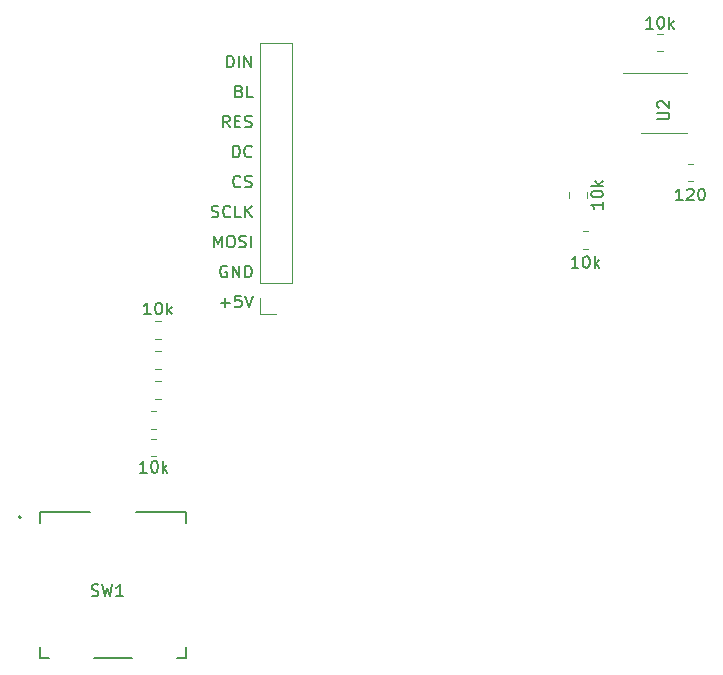
<source format=gbr>
G04 #@! TF.GenerationSoftware,KiCad,Pcbnew,7.0.2-0*
G04 #@! TF.CreationDate,2023-06-19T12:30:15-04:00*
G04 #@! TF.ProjectId,speed_joystick,73706565-645f-46a6-9f79-737469636b2e,rev?*
G04 #@! TF.SameCoordinates,Original*
G04 #@! TF.FileFunction,Legend,Top*
G04 #@! TF.FilePolarity,Positive*
%FSLAX46Y46*%
G04 Gerber Fmt 4.6, Leading zero omitted, Abs format (unit mm)*
G04 Created by KiCad (PCBNEW 7.0.2-0) date 2023-06-19 12:30:15*
%MOMM*%
%LPD*%
G01*
G04 APERTURE LIST*
%ADD10C,0.150000*%
%ADD11C,0.120000*%
%ADD12C,0.127000*%
%ADD13C,0.200000*%
G04 APERTURE END LIST*
D10*
X-80280000Y4440380D02*
X-80613333Y4916571D01*
X-80851428Y4440380D02*
X-80851428Y5440380D01*
X-80851428Y5440380D02*
X-80470476Y5440380D01*
X-80470476Y5440380D02*
X-80375238Y5392761D01*
X-80375238Y5392761D02*
X-80327619Y5345142D01*
X-80327619Y5345142D02*
X-80280000Y5249904D01*
X-80280000Y5249904D02*
X-80280000Y5107047D01*
X-80280000Y5107047D02*
X-80327619Y5011809D01*
X-80327619Y5011809D02*
X-80375238Y4964190D01*
X-80375238Y4964190D02*
X-80470476Y4916571D01*
X-80470476Y4916571D02*
X-80851428Y4916571D01*
X-79851428Y4964190D02*
X-79518095Y4964190D01*
X-79375238Y4440380D02*
X-79851428Y4440380D01*
X-79851428Y4440380D02*
X-79851428Y5440380D01*
X-79851428Y5440380D02*
X-79375238Y5440380D01*
X-78994285Y4488000D02*
X-78851428Y4440380D01*
X-78851428Y4440380D02*
X-78613333Y4440380D01*
X-78613333Y4440380D02*
X-78518095Y4488000D01*
X-78518095Y4488000D02*
X-78470476Y4535619D01*
X-78470476Y4535619D02*
X-78422857Y4630857D01*
X-78422857Y4630857D02*
X-78422857Y4726095D01*
X-78422857Y4726095D02*
X-78470476Y4821333D01*
X-78470476Y4821333D02*
X-78518095Y4868952D01*
X-78518095Y4868952D02*
X-78613333Y4916571D01*
X-78613333Y4916571D02*
X-78803809Y4964190D01*
X-78803809Y4964190D02*
X-78899047Y5011809D01*
X-78899047Y5011809D02*
X-78946666Y5059428D01*
X-78946666Y5059428D02*
X-78994285Y5154666D01*
X-78994285Y5154666D02*
X-78994285Y5249904D01*
X-78994285Y5249904D02*
X-78946666Y5345142D01*
X-78946666Y5345142D02*
X-78899047Y5392761D01*
X-78899047Y5392761D02*
X-78803809Y5440380D01*
X-78803809Y5440380D02*
X-78565714Y5440380D01*
X-78565714Y5440380D02*
X-78422857Y5392761D01*
X-79470476Y7504190D02*
X-79327619Y7456571D01*
X-79327619Y7456571D02*
X-79280000Y7408952D01*
X-79280000Y7408952D02*
X-79232381Y7313714D01*
X-79232381Y7313714D02*
X-79232381Y7170857D01*
X-79232381Y7170857D02*
X-79280000Y7075619D01*
X-79280000Y7075619D02*
X-79327619Y7028000D01*
X-79327619Y7028000D02*
X-79422857Y6980380D01*
X-79422857Y6980380D02*
X-79803809Y6980380D01*
X-79803809Y6980380D02*
X-79803809Y7980380D01*
X-79803809Y7980380D02*
X-79470476Y7980380D01*
X-79470476Y7980380D02*
X-79375238Y7932761D01*
X-79375238Y7932761D02*
X-79327619Y7885142D01*
X-79327619Y7885142D02*
X-79280000Y7789904D01*
X-79280000Y7789904D02*
X-79280000Y7694666D01*
X-79280000Y7694666D02*
X-79327619Y7599428D01*
X-79327619Y7599428D02*
X-79375238Y7551809D01*
X-79375238Y7551809D02*
X-79470476Y7504190D01*
X-79470476Y7504190D02*
X-79803809Y7504190D01*
X-78327619Y6980380D02*
X-78803809Y6980380D01*
X-78803809Y6980380D02*
X-78803809Y7980380D01*
X-79994285Y1900380D02*
X-79994285Y2900380D01*
X-79994285Y2900380D02*
X-79756190Y2900380D01*
X-79756190Y2900380D02*
X-79613333Y2852761D01*
X-79613333Y2852761D02*
X-79518095Y2757523D01*
X-79518095Y2757523D02*
X-79470476Y2662285D01*
X-79470476Y2662285D02*
X-79422857Y2471809D01*
X-79422857Y2471809D02*
X-79422857Y2328952D01*
X-79422857Y2328952D02*
X-79470476Y2138476D01*
X-79470476Y2138476D02*
X-79518095Y2043238D01*
X-79518095Y2043238D02*
X-79613333Y1948000D01*
X-79613333Y1948000D02*
X-79756190Y1900380D01*
X-79756190Y1900380D02*
X-79994285Y1900380D01*
X-78422857Y1995619D02*
X-78470476Y1948000D01*
X-78470476Y1948000D02*
X-78613333Y1900380D01*
X-78613333Y1900380D02*
X-78708571Y1900380D01*
X-78708571Y1900380D02*
X-78851428Y1948000D01*
X-78851428Y1948000D02*
X-78946666Y2043238D01*
X-78946666Y2043238D02*
X-78994285Y2138476D01*
X-78994285Y2138476D02*
X-79041904Y2328952D01*
X-79041904Y2328952D02*
X-79041904Y2471809D01*
X-79041904Y2471809D02*
X-78994285Y2662285D01*
X-78994285Y2662285D02*
X-78946666Y2757523D01*
X-78946666Y2757523D02*
X-78851428Y2852761D01*
X-78851428Y2852761D02*
X-78708571Y2900380D01*
X-78708571Y2900380D02*
X-78613333Y2900380D01*
X-78613333Y2900380D02*
X-78470476Y2852761D01*
X-78470476Y2852761D02*
X-78422857Y2805142D01*
X-80518095Y-7307238D02*
X-80613333Y-7259619D01*
X-80613333Y-7259619D02*
X-80756190Y-7259619D01*
X-80756190Y-7259619D02*
X-80899047Y-7307238D01*
X-80899047Y-7307238D02*
X-80994285Y-7402476D01*
X-80994285Y-7402476D02*
X-81041904Y-7497714D01*
X-81041904Y-7497714D02*
X-81089523Y-7688190D01*
X-81089523Y-7688190D02*
X-81089523Y-7831047D01*
X-81089523Y-7831047D02*
X-81041904Y-8021523D01*
X-81041904Y-8021523D02*
X-80994285Y-8116761D01*
X-80994285Y-8116761D02*
X-80899047Y-8212000D01*
X-80899047Y-8212000D02*
X-80756190Y-8259619D01*
X-80756190Y-8259619D02*
X-80660952Y-8259619D01*
X-80660952Y-8259619D02*
X-80518095Y-8212000D01*
X-80518095Y-8212000D02*
X-80470476Y-8164380D01*
X-80470476Y-8164380D02*
X-80470476Y-7831047D01*
X-80470476Y-7831047D02*
X-80660952Y-7831047D01*
X-80041904Y-8259619D02*
X-80041904Y-7259619D01*
X-80041904Y-7259619D02*
X-79470476Y-8259619D01*
X-79470476Y-8259619D02*
X-79470476Y-7259619D01*
X-78994285Y-8259619D02*
X-78994285Y-7259619D01*
X-78994285Y-7259619D02*
X-78756190Y-7259619D01*
X-78756190Y-7259619D02*
X-78613333Y-7307238D01*
X-78613333Y-7307238D02*
X-78518095Y-7402476D01*
X-78518095Y-7402476D02*
X-78470476Y-7497714D01*
X-78470476Y-7497714D02*
X-78422857Y-7688190D01*
X-78422857Y-7688190D02*
X-78422857Y-7831047D01*
X-78422857Y-7831047D02*
X-78470476Y-8021523D01*
X-78470476Y-8021523D02*
X-78518095Y-8116761D01*
X-78518095Y-8116761D02*
X-78613333Y-8212000D01*
X-78613333Y-8212000D02*
X-78756190Y-8259619D01*
X-78756190Y-8259619D02*
X-78994285Y-8259619D01*
X-81613332Y-5719619D02*
X-81613332Y-4719619D01*
X-81613332Y-4719619D02*
X-81279999Y-5433904D01*
X-81279999Y-5433904D02*
X-80946666Y-4719619D01*
X-80946666Y-4719619D02*
X-80946666Y-5719619D01*
X-80279999Y-4719619D02*
X-80089523Y-4719619D01*
X-80089523Y-4719619D02*
X-79994285Y-4767238D01*
X-79994285Y-4767238D02*
X-79899047Y-4862476D01*
X-79899047Y-4862476D02*
X-79851428Y-5052952D01*
X-79851428Y-5052952D02*
X-79851428Y-5386285D01*
X-79851428Y-5386285D02*
X-79899047Y-5576761D01*
X-79899047Y-5576761D02*
X-79994285Y-5672000D01*
X-79994285Y-5672000D02*
X-80089523Y-5719619D01*
X-80089523Y-5719619D02*
X-80279999Y-5719619D01*
X-80279999Y-5719619D02*
X-80375237Y-5672000D01*
X-80375237Y-5672000D02*
X-80470475Y-5576761D01*
X-80470475Y-5576761D02*
X-80518094Y-5386285D01*
X-80518094Y-5386285D02*
X-80518094Y-5052952D01*
X-80518094Y-5052952D02*
X-80470475Y-4862476D01*
X-80470475Y-4862476D02*
X-80375237Y-4767238D01*
X-80375237Y-4767238D02*
X-80279999Y-4719619D01*
X-79470475Y-5672000D02*
X-79327618Y-5719619D01*
X-79327618Y-5719619D02*
X-79089523Y-5719619D01*
X-79089523Y-5719619D02*
X-78994285Y-5672000D01*
X-78994285Y-5672000D02*
X-78946666Y-5624380D01*
X-78946666Y-5624380D02*
X-78899047Y-5529142D01*
X-78899047Y-5529142D02*
X-78899047Y-5433904D01*
X-78899047Y-5433904D02*
X-78946666Y-5338666D01*
X-78946666Y-5338666D02*
X-78994285Y-5291047D01*
X-78994285Y-5291047D02*
X-79089523Y-5243428D01*
X-79089523Y-5243428D02*
X-79279999Y-5195809D01*
X-79279999Y-5195809D02*
X-79375237Y-5148190D01*
X-79375237Y-5148190D02*
X-79422856Y-5100571D01*
X-79422856Y-5100571D02*
X-79470475Y-5005333D01*
X-79470475Y-5005333D02*
X-79470475Y-4910095D01*
X-79470475Y-4910095D02*
X-79422856Y-4814857D01*
X-79422856Y-4814857D02*
X-79375237Y-4767238D01*
X-79375237Y-4767238D02*
X-79279999Y-4719619D01*
X-79279999Y-4719619D02*
X-79041904Y-4719619D01*
X-79041904Y-4719619D02*
X-78899047Y-4767238D01*
X-78470475Y-5719619D02*
X-78470475Y-4719619D01*
X-81803809Y-3132000D02*
X-81660952Y-3179619D01*
X-81660952Y-3179619D02*
X-81422857Y-3179619D01*
X-81422857Y-3179619D02*
X-81327619Y-3132000D01*
X-81327619Y-3132000D02*
X-81280000Y-3084380D01*
X-81280000Y-3084380D02*
X-81232381Y-2989142D01*
X-81232381Y-2989142D02*
X-81232381Y-2893904D01*
X-81232381Y-2893904D02*
X-81280000Y-2798666D01*
X-81280000Y-2798666D02*
X-81327619Y-2751047D01*
X-81327619Y-2751047D02*
X-81422857Y-2703428D01*
X-81422857Y-2703428D02*
X-81613333Y-2655809D01*
X-81613333Y-2655809D02*
X-81708571Y-2608190D01*
X-81708571Y-2608190D02*
X-81756190Y-2560571D01*
X-81756190Y-2560571D02*
X-81803809Y-2465333D01*
X-81803809Y-2465333D02*
X-81803809Y-2370095D01*
X-81803809Y-2370095D02*
X-81756190Y-2274857D01*
X-81756190Y-2274857D02*
X-81708571Y-2227238D01*
X-81708571Y-2227238D02*
X-81613333Y-2179619D01*
X-81613333Y-2179619D02*
X-81375238Y-2179619D01*
X-81375238Y-2179619D02*
X-81232381Y-2227238D01*
X-80232381Y-3084380D02*
X-80280000Y-3132000D01*
X-80280000Y-3132000D02*
X-80422857Y-3179619D01*
X-80422857Y-3179619D02*
X-80518095Y-3179619D01*
X-80518095Y-3179619D02*
X-80660952Y-3132000D01*
X-80660952Y-3132000D02*
X-80756190Y-3036761D01*
X-80756190Y-3036761D02*
X-80803809Y-2941523D01*
X-80803809Y-2941523D02*
X-80851428Y-2751047D01*
X-80851428Y-2751047D02*
X-80851428Y-2608190D01*
X-80851428Y-2608190D02*
X-80803809Y-2417714D01*
X-80803809Y-2417714D02*
X-80756190Y-2322476D01*
X-80756190Y-2322476D02*
X-80660952Y-2227238D01*
X-80660952Y-2227238D02*
X-80518095Y-2179619D01*
X-80518095Y-2179619D02*
X-80422857Y-2179619D01*
X-80422857Y-2179619D02*
X-80280000Y-2227238D01*
X-80280000Y-2227238D02*
X-80232381Y-2274857D01*
X-79327619Y-3179619D02*
X-79803809Y-3179619D01*
X-79803809Y-3179619D02*
X-79803809Y-2179619D01*
X-78994285Y-3179619D02*
X-78994285Y-2179619D01*
X-78422857Y-3179619D02*
X-78851428Y-2608190D01*
X-78422857Y-2179619D02*
X-78994285Y-2751047D01*
X-81041904Y-10418666D02*
X-80280000Y-10418666D01*
X-80660952Y-10799619D02*
X-80660952Y-10037714D01*
X-79327619Y-9799619D02*
X-79803809Y-9799619D01*
X-79803809Y-9799619D02*
X-79851428Y-10275809D01*
X-79851428Y-10275809D02*
X-79803809Y-10228190D01*
X-79803809Y-10228190D02*
X-79708571Y-10180571D01*
X-79708571Y-10180571D02*
X-79470476Y-10180571D01*
X-79470476Y-10180571D02*
X-79375238Y-10228190D01*
X-79375238Y-10228190D02*
X-79327619Y-10275809D01*
X-79327619Y-10275809D02*
X-79280000Y-10371047D01*
X-79280000Y-10371047D02*
X-79280000Y-10609142D01*
X-79280000Y-10609142D02*
X-79327619Y-10704380D01*
X-79327619Y-10704380D02*
X-79375238Y-10752000D01*
X-79375238Y-10752000D02*
X-79470476Y-10799619D01*
X-79470476Y-10799619D02*
X-79708571Y-10799619D01*
X-79708571Y-10799619D02*
X-79803809Y-10752000D01*
X-79803809Y-10752000D02*
X-79851428Y-10704380D01*
X-78994285Y-9799619D02*
X-78660952Y-10799619D01*
X-78660952Y-10799619D02*
X-78327619Y-9799619D01*
X-79375238Y-544380D02*
X-79422857Y-592000D01*
X-79422857Y-592000D02*
X-79565714Y-639619D01*
X-79565714Y-639619D02*
X-79660952Y-639619D01*
X-79660952Y-639619D02*
X-79803809Y-592000D01*
X-79803809Y-592000D02*
X-79899047Y-496761D01*
X-79899047Y-496761D02*
X-79946666Y-401523D01*
X-79946666Y-401523D02*
X-79994285Y-211047D01*
X-79994285Y-211047D02*
X-79994285Y-68190D01*
X-79994285Y-68190D02*
X-79946666Y122285D01*
X-79946666Y122285D02*
X-79899047Y217523D01*
X-79899047Y217523D02*
X-79803809Y312761D01*
X-79803809Y312761D02*
X-79660952Y360380D01*
X-79660952Y360380D02*
X-79565714Y360380D01*
X-79565714Y360380D02*
X-79422857Y312761D01*
X-79422857Y312761D02*
X-79375238Y265142D01*
X-78994285Y-592000D02*
X-78851428Y-639619D01*
X-78851428Y-639619D02*
X-78613333Y-639619D01*
X-78613333Y-639619D02*
X-78518095Y-592000D01*
X-78518095Y-592000D02*
X-78470476Y-544380D01*
X-78470476Y-544380D02*
X-78422857Y-449142D01*
X-78422857Y-449142D02*
X-78422857Y-353904D01*
X-78422857Y-353904D02*
X-78470476Y-258666D01*
X-78470476Y-258666D02*
X-78518095Y-211047D01*
X-78518095Y-211047D02*
X-78613333Y-163428D01*
X-78613333Y-163428D02*
X-78803809Y-115809D01*
X-78803809Y-115809D02*
X-78899047Y-68190D01*
X-78899047Y-68190D02*
X-78946666Y-20571D01*
X-78946666Y-20571D02*
X-78994285Y74666D01*
X-78994285Y74666D02*
X-78994285Y169904D01*
X-78994285Y169904D02*
X-78946666Y265142D01*
X-78946666Y265142D02*
X-78899047Y312761D01*
X-78899047Y312761D02*
X-78803809Y360380D01*
X-78803809Y360380D02*
X-78565714Y360380D01*
X-78565714Y360380D02*
X-78422857Y312761D01*
X-80518094Y9520380D02*
X-80518094Y10520380D01*
X-80518094Y10520380D02*
X-80279999Y10520380D01*
X-80279999Y10520380D02*
X-80137142Y10472761D01*
X-80137142Y10472761D02*
X-80041904Y10377523D01*
X-80041904Y10377523D02*
X-79994285Y10282285D01*
X-79994285Y10282285D02*
X-79946666Y10091809D01*
X-79946666Y10091809D02*
X-79946666Y9948952D01*
X-79946666Y9948952D02*
X-79994285Y9758476D01*
X-79994285Y9758476D02*
X-80041904Y9663238D01*
X-80041904Y9663238D02*
X-80137142Y9568000D01*
X-80137142Y9568000D02*
X-80279999Y9520380D01*
X-80279999Y9520380D02*
X-80518094Y9520380D01*
X-79518094Y9520380D02*
X-79518094Y10520380D01*
X-79041904Y9520380D02*
X-79041904Y10520380D01*
X-79041904Y10520380D02*
X-78470476Y9520380D01*
X-78470476Y9520380D02*
X-78470476Y10520380D01*
X-44069759Y5130895D02*
X-43260236Y5130895D01*
X-43260236Y5130895D02*
X-43164998Y5178514D01*
X-43164998Y5178514D02*
X-43117379Y5226133D01*
X-43117379Y5226133D02*
X-43069759Y5321371D01*
X-43069759Y5321371D02*
X-43069759Y5511847D01*
X-43069759Y5511847D02*
X-43117379Y5607085D01*
X-43117379Y5607085D02*
X-43164998Y5654704D01*
X-43164998Y5654704D02*
X-43260236Y5702323D01*
X-43260236Y5702323D02*
X-44069759Y5702323D01*
X-43974521Y6130895D02*
X-44022140Y6178514D01*
X-44022140Y6178514D02*
X-44069759Y6273752D01*
X-44069759Y6273752D02*
X-44069759Y6511847D01*
X-44069759Y6511847D02*
X-44022140Y6607085D01*
X-44022140Y6607085D02*
X-43974521Y6654704D01*
X-43974521Y6654704D02*
X-43879283Y6702323D01*
X-43879283Y6702323D02*
X-43784045Y6702323D01*
X-43784045Y6702323D02*
X-43641188Y6654704D01*
X-43641188Y6654704D02*
X-43069759Y6083276D01*
X-43069759Y6083276D02*
X-43069759Y6702323D01*
X-86955238Y-11384619D02*
X-87526666Y-11384619D01*
X-87240952Y-11384619D02*
X-87240952Y-10384619D01*
X-87240952Y-10384619D02*
X-87336190Y-10527476D01*
X-87336190Y-10527476D02*
X-87431428Y-10622714D01*
X-87431428Y-10622714D02*
X-87526666Y-10670333D01*
X-86336190Y-10384619D02*
X-86240952Y-10384619D01*
X-86240952Y-10384619D02*
X-86145714Y-10432238D01*
X-86145714Y-10432238D02*
X-86098095Y-10479857D01*
X-86098095Y-10479857D02*
X-86050476Y-10575095D01*
X-86050476Y-10575095D02*
X-86002857Y-10765571D01*
X-86002857Y-10765571D02*
X-86002857Y-11003666D01*
X-86002857Y-11003666D02*
X-86050476Y-11194142D01*
X-86050476Y-11194142D02*
X-86098095Y-11289380D01*
X-86098095Y-11289380D02*
X-86145714Y-11337000D01*
X-86145714Y-11337000D02*
X-86240952Y-11384619D01*
X-86240952Y-11384619D02*
X-86336190Y-11384619D01*
X-86336190Y-11384619D02*
X-86431428Y-11337000D01*
X-86431428Y-11337000D02*
X-86479047Y-11289380D01*
X-86479047Y-11289380D02*
X-86526666Y-11194142D01*
X-86526666Y-11194142D02*
X-86574285Y-11003666D01*
X-86574285Y-11003666D02*
X-86574285Y-10765571D01*
X-86574285Y-10765571D02*
X-86526666Y-10575095D01*
X-86526666Y-10575095D02*
X-86479047Y-10479857D01*
X-86479047Y-10479857D02*
X-86431428Y-10432238D01*
X-86431428Y-10432238D02*
X-86336190Y-10384619D01*
X-85574285Y-11384619D02*
X-85574285Y-10384619D01*
X-85479047Y-11003666D02*
X-85193333Y-11384619D01*
X-85193333Y-10717952D02*
X-85574285Y-11098904D01*
X-91973332Y-35200000D02*
X-91830475Y-35247619D01*
X-91830475Y-35247619D02*
X-91592380Y-35247619D01*
X-91592380Y-35247619D02*
X-91497142Y-35200000D01*
X-91497142Y-35200000D02*
X-91449523Y-35152380D01*
X-91449523Y-35152380D02*
X-91401904Y-35057142D01*
X-91401904Y-35057142D02*
X-91401904Y-34961904D01*
X-91401904Y-34961904D02*
X-91449523Y-34866666D01*
X-91449523Y-34866666D02*
X-91497142Y-34819047D01*
X-91497142Y-34819047D02*
X-91592380Y-34771428D01*
X-91592380Y-34771428D02*
X-91782856Y-34723809D01*
X-91782856Y-34723809D02*
X-91878094Y-34676190D01*
X-91878094Y-34676190D02*
X-91925713Y-34628571D01*
X-91925713Y-34628571D02*
X-91973332Y-34533333D01*
X-91973332Y-34533333D02*
X-91973332Y-34438095D01*
X-91973332Y-34438095D02*
X-91925713Y-34342857D01*
X-91925713Y-34342857D02*
X-91878094Y-34295238D01*
X-91878094Y-34295238D02*
X-91782856Y-34247619D01*
X-91782856Y-34247619D02*
X-91544761Y-34247619D01*
X-91544761Y-34247619D02*
X-91401904Y-34295238D01*
X-91068570Y-34247619D02*
X-90830475Y-35247619D01*
X-90830475Y-35247619D02*
X-90639999Y-34533333D01*
X-90639999Y-34533333D02*
X-90449523Y-35247619D01*
X-90449523Y-35247619D02*
X-90211428Y-34247619D01*
X-89306666Y-35247619D02*
X-89878094Y-35247619D01*
X-89592380Y-35247619D02*
X-89592380Y-34247619D01*
X-89592380Y-34247619D02*
X-89687618Y-34390476D01*
X-89687618Y-34390476D02*
X-89782856Y-34485714D01*
X-89782856Y-34485714D02*
X-89878094Y-34533333D01*
X-41941666Y-1732619D02*
X-42513094Y-1732619D01*
X-42227380Y-1732619D02*
X-42227380Y-732619D01*
X-42227380Y-732619D02*
X-42322618Y-875476D01*
X-42322618Y-875476D02*
X-42417856Y-970714D01*
X-42417856Y-970714D02*
X-42513094Y-1018333D01*
X-41560713Y-827857D02*
X-41513094Y-780238D01*
X-41513094Y-780238D02*
X-41417856Y-732619D01*
X-41417856Y-732619D02*
X-41179761Y-732619D01*
X-41179761Y-732619D02*
X-41084523Y-780238D01*
X-41084523Y-780238D02*
X-41036904Y-827857D01*
X-41036904Y-827857D02*
X-40989285Y-923095D01*
X-40989285Y-923095D02*
X-40989285Y-1018333D01*
X-40989285Y-1018333D02*
X-41036904Y-1161190D01*
X-41036904Y-1161190D02*
X-41608332Y-1732619D01*
X-41608332Y-1732619D02*
X-40989285Y-1732619D01*
X-40370237Y-732619D02*
X-40274999Y-732619D01*
X-40274999Y-732619D02*
X-40179761Y-780238D01*
X-40179761Y-780238D02*
X-40132142Y-827857D01*
X-40132142Y-827857D02*
X-40084523Y-923095D01*
X-40084523Y-923095D02*
X-40036904Y-1113571D01*
X-40036904Y-1113571D02*
X-40036904Y-1351666D01*
X-40036904Y-1351666D02*
X-40084523Y-1542142D01*
X-40084523Y-1542142D02*
X-40132142Y-1637380D01*
X-40132142Y-1637380D02*
X-40179761Y-1685000D01*
X-40179761Y-1685000D02*
X-40274999Y-1732619D01*
X-40274999Y-1732619D02*
X-40370237Y-1732619D01*
X-40370237Y-1732619D02*
X-40465475Y-1685000D01*
X-40465475Y-1685000D02*
X-40513094Y-1637380D01*
X-40513094Y-1637380D02*
X-40560713Y-1542142D01*
X-40560713Y-1542142D02*
X-40608332Y-1351666D01*
X-40608332Y-1351666D02*
X-40608332Y-1113571D01*
X-40608332Y-1113571D02*
X-40560713Y-923095D01*
X-40560713Y-923095D02*
X-40513094Y-827857D01*
X-40513094Y-827857D02*
X-40465475Y-780238D01*
X-40465475Y-780238D02*
X-40370237Y-732619D01*
X-87312738Y-24782619D02*
X-87884166Y-24782619D01*
X-87598452Y-24782619D02*
X-87598452Y-23782619D01*
X-87598452Y-23782619D02*
X-87693690Y-23925476D01*
X-87693690Y-23925476D02*
X-87788928Y-24020714D01*
X-87788928Y-24020714D02*
X-87884166Y-24068333D01*
X-86693690Y-23782619D02*
X-86598452Y-23782619D01*
X-86598452Y-23782619D02*
X-86503214Y-23830238D01*
X-86503214Y-23830238D02*
X-86455595Y-23877857D01*
X-86455595Y-23877857D02*
X-86407976Y-23973095D01*
X-86407976Y-23973095D02*
X-86360357Y-24163571D01*
X-86360357Y-24163571D02*
X-86360357Y-24401666D01*
X-86360357Y-24401666D02*
X-86407976Y-24592142D01*
X-86407976Y-24592142D02*
X-86455595Y-24687380D01*
X-86455595Y-24687380D02*
X-86503214Y-24735000D01*
X-86503214Y-24735000D02*
X-86598452Y-24782619D01*
X-86598452Y-24782619D02*
X-86693690Y-24782619D01*
X-86693690Y-24782619D02*
X-86788928Y-24735000D01*
X-86788928Y-24735000D02*
X-86836547Y-24687380D01*
X-86836547Y-24687380D02*
X-86884166Y-24592142D01*
X-86884166Y-24592142D02*
X-86931785Y-24401666D01*
X-86931785Y-24401666D02*
X-86931785Y-24163571D01*
X-86931785Y-24163571D02*
X-86884166Y-23973095D01*
X-86884166Y-23973095D02*
X-86836547Y-23877857D01*
X-86836547Y-23877857D02*
X-86788928Y-23830238D01*
X-86788928Y-23830238D02*
X-86693690Y-23782619D01*
X-85931785Y-24782619D02*
X-85931785Y-23782619D01*
X-85836547Y-24401666D02*
X-85550833Y-24782619D01*
X-85550833Y-24115952D02*
X-85931785Y-24496904D01*
X-48687380Y-1865238D02*
X-48687380Y-2436666D01*
X-48687380Y-2150952D02*
X-49687380Y-2150952D01*
X-49687380Y-2150952D02*
X-49544523Y-2246190D01*
X-49544523Y-2246190D02*
X-49449285Y-2341428D01*
X-49449285Y-2341428D02*
X-49401666Y-2436666D01*
X-49687380Y-1246190D02*
X-49687380Y-1150952D01*
X-49687380Y-1150952D02*
X-49639761Y-1055714D01*
X-49639761Y-1055714D02*
X-49592142Y-1008095D01*
X-49592142Y-1008095D02*
X-49496904Y-960476D01*
X-49496904Y-960476D02*
X-49306428Y-912857D01*
X-49306428Y-912857D02*
X-49068333Y-912857D01*
X-49068333Y-912857D02*
X-48877857Y-960476D01*
X-48877857Y-960476D02*
X-48782619Y-1008095D01*
X-48782619Y-1008095D02*
X-48735000Y-1055714D01*
X-48735000Y-1055714D02*
X-48687380Y-1150952D01*
X-48687380Y-1150952D02*
X-48687380Y-1246190D01*
X-48687380Y-1246190D02*
X-48735000Y-1341428D01*
X-48735000Y-1341428D02*
X-48782619Y-1389047D01*
X-48782619Y-1389047D02*
X-48877857Y-1436666D01*
X-48877857Y-1436666D02*
X-49068333Y-1484285D01*
X-49068333Y-1484285D02*
X-49306428Y-1484285D01*
X-49306428Y-1484285D02*
X-49496904Y-1436666D01*
X-49496904Y-1436666D02*
X-49592142Y-1389047D01*
X-49592142Y-1389047D02*
X-49639761Y-1341428D01*
X-49639761Y-1341428D02*
X-49687380Y-1246190D01*
X-48687380Y-484285D02*
X-49687380Y-484285D01*
X-49068333Y-389047D02*
X-48687380Y-103333D01*
X-49354047Y-103333D02*
X-48973095Y-484285D01*
X-44446617Y12820580D02*
X-45018045Y12820580D01*
X-44732331Y12820580D02*
X-44732331Y13820580D01*
X-44732331Y13820580D02*
X-44827569Y13677723D01*
X-44827569Y13677723D02*
X-44922807Y13582485D01*
X-44922807Y13582485D02*
X-45018045Y13534866D01*
X-43827569Y13820580D02*
X-43732331Y13820580D01*
X-43732331Y13820580D02*
X-43637093Y13772961D01*
X-43637093Y13772961D02*
X-43589474Y13725342D01*
X-43589474Y13725342D02*
X-43541855Y13630104D01*
X-43541855Y13630104D02*
X-43494236Y13439628D01*
X-43494236Y13439628D02*
X-43494236Y13201533D01*
X-43494236Y13201533D02*
X-43541855Y13011057D01*
X-43541855Y13011057D02*
X-43589474Y12915819D01*
X-43589474Y12915819D02*
X-43637093Y12868200D01*
X-43637093Y12868200D02*
X-43732331Y12820580D01*
X-43732331Y12820580D02*
X-43827569Y12820580D01*
X-43827569Y12820580D02*
X-43922807Y12868200D01*
X-43922807Y12868200D02*
X-43970426Y12915819D01*
X-43970426Y12915819D02*
X-44018045Y13011057D01*
X-44018045Y13011057D02*
X-44065664Y13201533D01*
X-44065664Y13201533D02*
X-44065664Y13439628D01*
X-44065664Y13439628D02*
X-44018045Y13630104D01*
X-44018045Y13630104D02*
X-43970426Y13725342D01*
X-43970426Y13725342D02*
X-43922807Y13772961D01*
X-43922807Y13772961D02*
X-43827569Y13820580D01*
X-43065664Y12820580D02*
X-43065664Y13820580D01*
X-42970426Y13201533D02*
X-42684712Y12820580D01*
X-42684712Y13487247D02*
X-43065664Y13106295D01*
X-50760238Y-7447619D02*
X-51331666Y-7447619D01*
X-51045952Y-7447619D02*
X-51045952Y-6447619D01*
X-51045952Y-6447619D02*
X-51141190Y-6590476D01*
X-51141190Y-6590476D02*
X-51236428Y-6685714D01*
X-51236428Y-6685714D02*
X-51331666Y-6733333D01*
X-50141190Y-6447619D02*
X-50045952Y-6447619D01*
X-50045952Y-6447619D02*
X-49950714Y-6495238D01*
X-49950714Y-6495238D02*
X-49903095Y-6542857D01*
X-49903095Y-6542857D02*
X-49855476Y-6638095D01*
X-49855476Y-6638095D02*
X-49807857Y-6828571D01*
X-49807857Y-6828571D02*
X-49807857Y-7066666D01*
X-49807857Y-7066666D02*
X-49855476Y-7257142D01*
X-49855476Y-7257142D02*
X-49903095Y-7352380D01*
X-49903095Y-7352380D02*
X-49950714Y-7400000D01*
X-49950714Y-7400000D02*
X-50045952Y-7447619D01*
X-50045952Y-7447619D02*
X-50141190Y-7447619D01*
X-50141190Y-7447619D02*
X-50236428Y-7400000D01*
X-50236428Y-7400000D02*
X-50284047Y-7352380D01*
X-50284047Y-7352380D02*
X-50331666Y-7257142D01*
X-50331666Y-7257142D02*
X-50379285Y-7066666D01*
X-50379285Y-7066666D02*
X-50379285Y-6828571D01*
X-50379285Y-6828571D02*
X-50331666Y-6638095D01*
X-50331666Y-6638095D02*
X-50284047Y-6542857D01*
X-50284047Y-6542857D02*
X-50236428Y-6495238D01*
X-50236428Y-6495238D02*
X-50141190Y-6447619D01*
X-49379285Y-7447619D02*
X-49379285Y-6447619D01*
X-49284047Y-7066666D02*
X-48998333Y-7447619D01*
X-48998333Y-6780952D02*
X-49379285Y-7161904D01*
D11*
X-75015000Y-8763000D02*
X-75015000Y11617000D01*
X-75015000Y-8763000D02*
X-77675000Y-8763000D01*
X-75015000Y11617000D02*
X-77675000Y11617000D01*
X-76345000Y-11363000D02*
X-77675000Y-11363000D01*
X-77675000Y-11363000D02*
X-77675000Y-10033000D01*
X-77675000Y-8763000D02*
X-77675000Y11617000D01*
X-43532379Y9087800D02*
X-46982379Y9087800D01*
X-43532379Y9087800D02*
X-41582379Y9087800D01*
X-43532379Y3967800D02*
X-45482379Y3967800D01*
X-43532379Y3967800D02*
X-41582379Y3967800D01*
X-86587064Y-17045000D02*
X-86132936Y-17045000D01*
X-86587064Y-18515000D02*
X-86132936Y-18515000D01*
X-86132936Y-13435000D02*
X-86587064Y-13435000D01*
X-86132936Y-11965000D02*
X-86587064Y-11965000D01*
D12*
X-96370000Y-28090000D02*
X-92090000Y-28090000D01*
X-96370000Y-29020000D02*
X-96370000Y-28090000D01*
X-96370000Y-39560000D02*
X-96370000Y-40490000D01*
X-96370000Y-40490000D02*
X-95590000Y-40490000D01*
X-91750000Y-40490000D02*
X-88590000Y-40490000D01*
X-88250000Y-28090000D02*
X-83970000Y-28090000D01*
X-84750000Y-40490000D02*
X-83970000Y-40490000D01*
X-83970000Y-28090000D02*
X-83970000Y-29020000D01*
X-83970000Y-40490000D02*
X-83970000Y-39560000D01*
D13*
X-97970000Y-28565000D02*
G75*
G03*
X-97970000Y-28565000I-100000J0D01*
G01*
D11*
X-41502064Y1370000D02*
X-41047936Y1370000D01*
X-41502064Y-100000D02*
X-41047936Y-100000D01*
X-86944564Y-21935000D02*
X-86490436Y-21935000D01*
X-86944564Y-23405000D02*
X-86490436Y-23405000D01*
X-86132936Y-15975000D02*
X-86587064Y-15975000D01*
X-86132936Y-14505000D02*
X-86587064Y-14505000D01*
X-51535000Y-1497064D02*
X-51535000Y-1042936D01*
X-50065000Y-1497064D02*
X-50065000Y-1042936D01*
X-43624315Y10898200D02*
X-44078443Y10898200D01*
X-43624315Y12368200D02*
X-44078443Y12368200D01*
X-86944564Y-19585000D02*
X-86490436Y-19585000D01*
X-86944564Y-21055000D02*
X-86490436Y-21055000D01*
X-49937936Y-5815000D02*
X-50392064Y-5815000D01*
X-49937936Y-4345000D02*
X-50392064Y-4345000D01*
M02*

</source>
